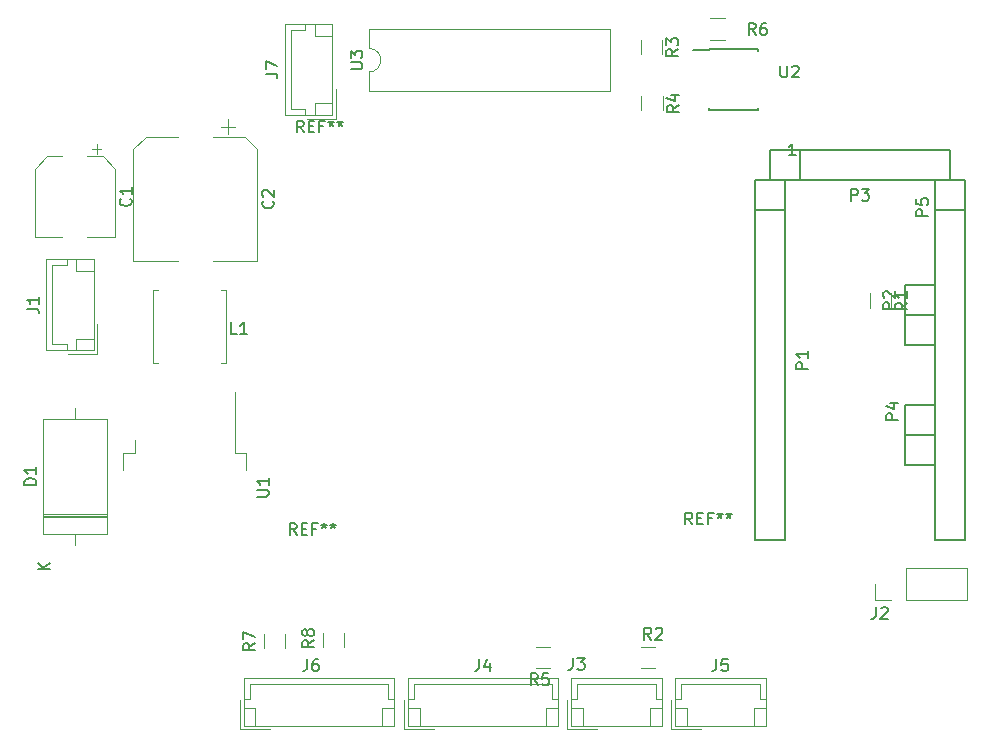
<source format=gto>
G04 #@! TF.GenerationSoftware,KiCad,Pcbnew,5.0.2-bee76a0~70~ubuntu18.04.1*
G04 #@! TF.CreationDate,2019-05-07T17:56:58+05:30*
G04 #@! TF.ProjectId,motbox_with_promini,6d6f7462-6f78-45f7-9769-74685f70726f,rev?*
G04 #@! TF.SameCoordinates,Original*
G04 #@! TF.FileFunction,Legend,Top*
G04 #@! TF.FilePolarity,Positive*
%FSLAX46Y46*%
G04 Gerber Fmt 4.6, Leading zero omitted, Abs format (unit mm)*
G04 Created by KiCad (PCBNEW 5.0.2-bee76a0~70~ubuntu18.04.1) date Tue May  7 17:56:58 2019*
%MOMM*%
%LPD*%
G01*
G04 APERTURE LIST*
%ADD10C,0.150000*%
%ADD11C,0.120000*%
G04 APERTURE END LIST*
D10*
X163517714Y-47499380D02*
X162946285Y-47499380D01*
X163232000Y-47499380D02*
X163232000Y-46499380D01*
X163136761Y-46642238D01*
X163041523Y-46737476D01*
X162946285Y-46785095D01*
D11*
G04 #@! TO.C,U3*
X127390000Y-38440000D02*
G75*
G02X127390000Y-40440000I0J-1000000D01*
G01*
X127390000Y-40440000D02*
X127390000Y-42090000D01*
X127390000Y-42090000D02*
X147830000Y-42090000D01*
X147830000Y-42090000D02*
X147830000Y-36790000D01*
X147830000Y-36790000D02*
X127390000Y-36790000D01*
X127390000Y-36790000D02*
X127390000Y-38440000D01*
D10*
G04 #@! TO.C,P1*
X162600000Y-52160000D02*
X162600000Y-49620000D01*
X162600000Y-49620000D02*
X160060000Y-49620000D01*
X160060000Y-49620000D02*
X160060000Y-52160000D01*
X160060000Y-52160000D02*
X160060000Y-80100000D01*
X160060000Y-80100000D02*
X162600000Y-80100000D01*
X162600000Y-80100000D02*
X162600000Y-52160000D01*
X160060000Y-52160000D02*
X162600000Y-52160000D01*
G04 #@! TO.C,P3*
X163870000Y-47080000D02*
X161330000Y-47080000D01*
X161330000Y-47080000D02*
X161330000Y-49620000D01*
X161330000Y-49620000D02*
X163870000Y-49620000D01*
X163870000Y-49620000D02*
X176570000Y-49620000D01*
X176570000Y-49620000D02*
X176570000Y-47080000D01*
X176570000Y-47080000D02*
X163870000Y-47080000D01*
X163870000Y-49620000D02*
X163870000Y-47080000D01*
G04 #@! TO.C,P2*
X175300000Y-61050000D02*
X175300000Y-58510000D01*
X175300000Y-58510000D02*
X172760000Y-58510000D01*
X172760000Y-58510000D02*
X172760000Y-61050000D01*
X172760000Y-63590000D02*
X172760000Y-61050000D01*
X172760000Y-61050000D02*
X175300000Y-61050000D01*
X175300000Y-61050000D02*
X175300000Y-63590000D01*
X175300000Y-63590000D02*
X172760000Y-63590000D01*
G04 #@! TO.C,P5*
X177840000Y-52160000D02*
X177840000Y-49620000D01*
X177840000Y-49620000D02*
X175300000Y-49620000D01*
X175300000Y-49620000D02*
X175300000Y-52160000D01*
X175300000Y-52160000D02*
X175300000Y-80100000D01*
X175300000Y-80100000D02*
X177840000Y-80100000D01*
X177840000Y-80100000D02*
X177840000Y-52160000D01*
X175300000Y-52160000D02*
X177840000Y-52160000D01*
G04 #@! TO.C,P4*
X175300000Y-71210000D02*
X175300000Y-68670000D01*
X175300000Y-68670000D02*
X172760000Y-68670000D01*
X172760000Y-68670000D02*
X172760000Y-71210000D01*
X172760000Y-73750000D02*
X172760000Y-71210000D01*
X172760000Y-71210000D02*
X175300000Y-71210000D01*
X175300000Y-71210000D02*
X175300000Y-73750000D01*
X175300000Y-73750000D02*
X172760000Y-73750000D01*
G04 #@! TO.C,U2*
X156225000Y-38520000D02*
X156225000Y-38570000D01*
X160375000Y-38520000D02*
X160375000Y-38665000D01*
X160375000Y-43670000D02*
X160375000Y-43525000D01*
X156225000Y-43670000D02*
X156225000Y-43525000D01*
X156225000Y-38520000D02*
X160375000Y-38520000D01*
X156225000Y-43670000D02*
X160375000Y-43670000D01*
X156225000Y-38570000D02*
X154825000Y-38570000D01*
D11*
G04 #@! TO.C,J5*
X152990000Y-96110000D02*
X155490000Y-96110000D01*
X152990000Y-93610000D02*
X152990000Y-96110000D01*
X160010000Y-94310000D02*
X160010000Y-95810000D01*
X161010000Y-94310000D02*
X160010000Y-94310000D01*
X154290000Y-94310000D02*
X154290000Y-95810000D01*
X153290000Y-94310000D02*
X154290000Y-94310000D01*
X160510000Y-93500000D02*
X161010000Y-93500000D01*
X160510000Y-92290000D02*
X160510000Y-93500000D01*
X153790000Y-92290000D02*
X160510000Y-92290000D01*
X153790000Y-93500000D02*
X153790000Y-92290000D01*
X153290000Y-93500000D02*
X153790000Y-93500000D01*
X161010000Y-91790000D02*
X153290000Y-91790000D01*
X161010000Y-95810000D02*
X161010000Y-91790000D01*
X153290000Y-95810000D02*
X161010000Y-95810000D01*
X153290000Y-91790000D02*
X153290000Y-95810000D01*
G04 #@! TO.C,U1*
X117000000Y-74175000D02*
X117000000Y-72675000D01*
X117000000Y-72675000D02*
X116050000Y-72675000D01*
X116050000Y-72675000D02*
X116050000Y-67550000D01*
X106600000Y-74175000D02*
X106600000Y-72675000D01*
X106600000Y-72675000D02*
X107550000Y-72675000D01*
X107550000Y-72675000D02*
X107550000Y-71575000D01*
G04 #@! TO.C,C2*
X107440000Y-56460000D02*
X111190000Y-56460000D01*
X117960000Y-56460000D02*
X114210000Y-56460000D01*
X117960000Y-47004437D02*
X117960000Y-56460000D01*
X107440000Y-47004437D02*
X107440000Y-56460000D01*
X108504437Y-45940000D02*
X111190000Y-45940000D01*
X116895563Y-45940000D02*
X114210000Y-45940000D01*
X116895563Y-45940000D02*
X117960000Y-47004437D01*
X108504437Y-45940000D02*
X107440000Y-47004437D01*
X115460000Y-44450000D02*
X115460000Y-45700000D01*
X116085000Y-45075000D02*
X114835000Y-45075000D01*
G04 #@! TO.C,C1*
X99090000Y-54410000D02*
X101440000Y-54410000D01*
X105910000Y-54410000D02*
X103560000Y-54410000D01*
X105910000Y-48654437D02*
X105910000Y-54410000D01*
X99090000Y-48654437D02*
X99090000Y-54410000D01*
X100154437Y-47590000D02*
X101440000Y-47590000D01*
X104845563Y-47590000D02*
X103560000Y-47590000D01*
X104845563Y-47590000D02*
X105910000Y-48654437D01*
X100154437Y-47590000D02*
X99090000Y-48654437D01*
X104347500Y-46562500D02*
X104347500Y-47350000D01*
X104741250Y-46956250D02*
X103953750Y-46956250D01*
G04 #@! TO.C,D1*
X99780000Y-79550000D02*
X105220000Y-79550000D01*
X105220000Y-79550000D02*
X105220000Y-69810000D01*
X105220000Y-69810000D02*
X99780000Y-69810000D01*
X99780000Y-69810000D02*
X99780000Y-79550000D01*
X102500000Y-80460000D02*
X102500000Y-79550000D01*
X102500000Y-68900000D02*
X102500000Y-69810000D01*
X99780000Y-78005000D02*
X105220000Y-78005000D01*
X99780000Y-77885000D02*
X105220000Y-77885000D01*
X99780000Y-78125000D02*
X105220000Y-78125000D01*
G04 #@! TO.C,J1*
X100090000Y-64010000D02*
X104110000Y-64010000D01*
X104110000Y-64010000D02*
X104110000Y-56290000D01*
X104110000Y-56290000D02*
X100090000Y-56290000D01*
X100090000Y-56290000D02*
X100090000Y-64010000D01*
X101800000Y-64010000D02*
X101800000Y-63510000D01*
X101800000Y-63510000D02*
X100590000Y-63510000D01*
X100590000Y-63510000D02*
X100590000Y-56790000D01*
X100590000Y-56790000D02*
X101800000Y-56790000D01*
X101800000Y-56790000D02*
X101800000Y-56290000D01*
X102610000Y-64010000D02*
X102610000Y-63010000D01*
X102610000Y-63010000D02*
X104110000Y-63010000D01*
X102610000Y-56290000D02*
X102610000Y-57290000D01*
X102610000Y-57290000D02*
X104110000Y-57290000D01*
X101910000Y-64310000D02*
X104410000Y-64310000D01*
X104410000Y-64310000D02*
X104410000Y-61810000D01*
G04 #@! TO.C,J2*
X178010000Y-85130000D02*
X178010000Y-82470000D01*
X172870000Y-85130000D02*
X178010000Y-85130000D01*
X172870000Y-82470000D02*
X178010000Y-82470000D01*
X172870000Y-85130000D02*
X172870000Y-82470000D01*
X171600000Y-85130000D02*
X170270000Y-85130000D01*
X170270000Y-85130000D02*
X170270000Y-83800000D01*
G04 #@! TO.C,J3*
X144490000Y-91790000D02*
X144490000Y-95810000D01*
X144490000Y-95810000D02*
X152210000Y-95810000D01*
X152210000Y-95810000D02*
X152210000Y-91790000D01*
X152210000Y-91790000D02*
X144490000Y-91790000D01*
X144490000Y-93500000D02*
X144990000Y-93500000D01*
X144990000Y-93500000D02*
X144990000Y-92290000D01*
X144990000Y-92290000D02*
X151710000Y-92290000D01*
X151710000Y-92290000D02*
X151710000Y-93500000D01*
X151710000Y-93500000D02*
X152210000Y-93500000D01*
X144490000Y-94310000D02*
X145490000Y-94310000D01*
X145490000Y-94310000D02*
X145490000Y-95810000D01*
X152210000Y-94310000D02*
X151210000Y-94310000D01*
X151210000Y-94310000D02*
X151210000Y-95810000D01*
X144190000Y-93610000D02*
X144190000Y-96110000D01*
X144190000Y-96110000D02*
X146690000Y-96110000D01*
G04 #@! TO.C,J4*
X130390000Y-96110000D02*
X132890000Y-96110000D01*
X130390000Y-93610000D02*
X130390000Y-96110000D01*
X142410000Y-94310000D02*
X142410000Y-95810000D01*
X143410000Y-94310000D02*
X142410000Y-94310000D01*
X131690000Y-94310000D02*
X131690000Y-95810000D01*
X130690000Y-94310000D02*
X131690000Y-94310000D01*
X142910000Y-93500000D02*
X143410000Y-93500000D01*
X142910000Y-92290000D02*
X142910000Y-93500000D01*
X131190000Y-92290000D02*
X142910000Y-92290000D01*
X131190000Y-93500000D02*
X131190000Y-92290000D01*
X130690000Y-93500000D02*
X131190000Y-93500000D01*
X143410000Y-91790000D02*
X130690000Y-91790000D01*
X143410000Y-95810000D02*
X143410000Y-91790000D01*
X130690000Y-95810000D02*
X143410000Y-95810000D01*
X130690000Y-91790000D02*
X130690000Y-95810000D01*
G04 #@! TO.C,J6*
X116490000Y-96110000D02*
X118990000Y-96110000D01*
X116490000Y-93610000D02*
X116490000Y-96110000D01*
X128510000Y-94310000D02*
X128510000Y-95810000D01*
X129510000Y-94310000D02*
X128510000Y-94310000D01*
X117790000Y-94310000D02*
X117790000Y-95810000D01*
X116790000Y-94310000D02*
X117790000Y-94310000D01*
X129010000Y-93500000D02*
X129510000Y-93500000D01*
X129010000Y-92290000D02*
X129010000Y-93500000D01*
X117290000Y-92290000D02*
X129010000Y-92290000D01*
X117290000Y-93500000D02*
X117290000Y-92290000D01*
X116790000Y-93500000D02*
X117290000Y-93500000D01*
X129510000Y-91790000D02*
X116790000Y-91790000D01*
X129510000Y-95810000D02*
X129510000Y-91790000D01*
X116790000Y-95810000D02*
X129510000Y-95810000D01*
X116790000Y-91790000D02*
X116790000Y-95810000D01*
G04 #@! TO.C,J7*
X124610000Y-44410000D02*
X124610000Y-41910000D01*
X122110000Y-44410000D02*
X124610000Y-44410000D01*
X122810000Y-37390000D02*
X124310000Y-37390000D01*
X122810000Y-36390000D02*
X122810000Y-37390000D01*
X122810000Y-43110000D02*
X124310000Y-43110000D01*
X122810000Y-44110000D02*
X122810000Y-43110000D01*
X122000000Y-36890000D02*
X122000000Y-36390000D01*
X120790000Y-36890000D02*
X122000000Y-36890000D01*
X120790000Y-43610000D02*
X120790000Y-36890000D01*
X122000000Y-43610000D02*
X120790000Y-43610000D01*
X122000000Y-44110000D02*
X122000000Y-43610000D01*
X120290000Y-36390000D02*
X120290000Y-44110000D01*
X124310000Y-36390000D02*
X120290000Y-36390000D01*
X124310000Y-44110000D02*
X124310000Y-36390000D01*
X120290000Y-44110000D02*
X124310000Y-44110000D01*
G04 #@! TO.C,L1*
X109100000Y-65075000D02*
X109100000Y-58875000D01*
X109100000Y-58875000D02*
X109550000Y-58875000D01*
X115300000Y-58875000D02*
X115300000Y-65075000D01*
X115300000Y-58875000D02*
X114850000Y-58875000D01*
X115300000Y-65075000D02*
X114850000Y-65075000D01*
X109100000Y-65075000D02*
X109550000Y-65075000D01*
G04 #@! TO.C,R1*
X171610000Y-59197936D02*
X171610000Y-60402064D01*
X169790000Y-59197936D02*
X169790000Y-60402064D01*
G04 #@! TO.C,R2*
X151602064Y-89090000D02*
X150397936Y-89090000D01*
X151602064Y-90910000D02*
X150397936Y-90910000D01*
G04 #@! TO.C,R3*
X150390000Y-37747936D02*
X150390000Y-38952064D01*
X152210000Y-37747936D02*
X152210000Y-38952064D01*
G04 #@! TO.C,R4*
X152260000Y-42497936D02*
X152260000Y-43702064D01*
X150440000Y-42497936D02*
X150440000Y-43702064D01*
G04 #@! TO.C,R5*
X142702064Y-89090000D02*
X141497936Y-89090000D01*
X142702064Y-90910000D02*
X141497936Y-90910000D01*
G04 #@! TO.C,R6*
X157502064Y-35890000D02*
X156297936Y-35890000D01*
X157502064Y-37710000D02*
X156297936Y-37710000D01*
G04 #@! TO.C,R7*
X118490000Y-89202064D02*
X118490000Y-87997936D01*
X120310000Y-89202064D02*
X120310000Y-87997936D01*
G04 #@! TO.C,R8*
X123490000Y-89152064D02*
X123490000Y-87947936D01*
X125310000Y-89152064D02*
X125310000Y-87947936D01*
G04 #@! TO.C,U3*
D10*
X125842380Y-40201904D02*
X126651904Y-40201904D01*
X126747142Y-40154285D01*
X126794761Y-40106666D01*
X126842380Y-40011428D01*
X126842380Y-39820952D01*
X126794761Y-39725714D01*
X126747142Y-39678095D01*
X126651904Y-39630476D01*
X125842380Y-39630476D01*
X125842380Y-39249523D02*
X125842380Y-38630476D01*
X126223333Y-38963809D01*
X126223333Y-38820952D01*
X126270952Y-38725714D01*
X126318571Y-38678095D01*
X126413809Y-38630476D01*
X126651904Y-38630476D01*
X126747142Y-38678095D01*
X126794761Y-38725714D01*
X126842380Y-38820952D01*
X126842380Y-39106666D01*
X126794761Y-39201904D01*
X126747142Y-39249523D01*
G04 #@! TO.C,P1*
X164576380Y-65598095D02*
X163576380Y-65598095D01*
X163576380Y-65217142D01*
X163624000Y-65121904D01*
X163671619Y-65074285D01*
X163766857Y-65026666D01*
X163909714Y-65026666D01*
X164004952Y-65074285D01*
X164052571Y-65121904D01*
X164100190Y-65217142D01*
X164100190Y-65598095D01*
X164576380Y-64074285D02*
X164576380Y-64645714D01*
X164576380Y-64360000D02*
X163576380Y-64360000D01*
X163719238Y-64455238D01*
X163814476Y-64550476D01*
X163862095Y-64645714D01*
G04 #@! TO.C,P3*
X168211904Y-51342380D02*
X168211904Y-50342380D01*
X168592857Y-50342380D01*
X168688095Y-50390000D01*
X168735714Y-50437619D01*
X168783333Y-50532857D01*
X168783333Y-50675714D01*
X168735714Y-50770952D01*
X168688095Y-50818571D01*
X168592857Y-50866190D01*
X168211904Y-50866190D01*
X169116666Y-50342380D02*
X169735714Y-50342380D01*
X169402380Y-50723333D01*
X169545238Y-50723333D01*
X169640476Y-50770952D01*
X169688095Y-50818571D01*
X169735714Y-50913809D01*
X169735714Y-51151904D01*
X169688095Y-51247142D01*
X169640476Y-51294761D01*
X169545238Y-51342380D01*
X169259523Y-51342380D01*
X169164285Y-51294761D01*
X169116666Y-51247142D01*
G04 #@! TO.C,P2*
X171942380Y-60518095D02*
X170942380Y-60518095D01*
X170942380Y-60137142D01*
X170990000Y-60041904D01*
X171037619Y-59994285D01*
X171132857Y-59946666D01*
X171275714Y-59946666D01*
X171370952Y-59994285D01*
X171418571Y-60041904D01*
X171466190Y-60137142D01*
X171466190Y-60518095D01*
X171037619Y-59565714D02*
X170990000Y-59518095D01*
X170942380Y-59422857D01*
X170942380Y-59184761D01*
X170990000Y-59089523D01*
X171037619Y-59041904D01*
X171132857Y-58994285D01*
X171228095Y-58994285D01*
X171370952Y-59041904D01*
X171942380Y-59613333D01*
X171942380Y-58994285D01*
G04 #@! TO.C,P5*
X174736380Y-52644095D02*
X173736380Y-52644095D01*
X173736380Y-52263142D01*
X173784000Y-52167904D01*
X173831619Y-52120285D01*
X173926857Y-52072666D01*
X174069714Y-52072666D01*
X174164952Y-52120285D01*
X174212571Y-52167904D01*
X174260190Y-52263142D01*
X174260190Y-52644095D01*
X173736380Y-51167904D02*
X173736380Y-51644095D01*
X174212571Y-51691714D01*
X174164952Y-51644095D01*
X174117333Y-51548857D01*
X174117333Y-51310761D01*
X174164952Y-51215523D01*
X174212571Y-51167904D01*
X174307809Y-51120285D01*
X174545904Y-51120285D01*
X174641142Y-51167904D01*
X174688761Y-51215523D01*
X174736380Y-51310761D01*
X174736380Y-51548857D01*
X174688761Y-51644095D01*
X174641142Y-51691714D01*
G04 #@! TO.C,P4*
X172196380Y-69916095D02*
X171196380Y-69916095D01*
X171196380Y-69535142D01*
X171244000Y-69439904D01*
X171291619Y-69392285D01*
X171386857Y-69344666D01*
X171529714Y-69344666D01*
X171624952Y-69392285D01*
X171672571Y-69439904D01*
X171720190Y-69535142D01*
X171720190Y-69916095D01*
X171529714Y-68487523D02*
X172196380Y-68487523D01*
X171148761Y-68725619D02*
X171863047Y-68963714D01*
X171863047Y-68344666D01*
G04 #@! TO.C,U2*
X162238095Y-39902380D02*
X162238095Y-40711904D01*
X162285714Y-40807142D01*
X162333333Y-40854761D01*
X162428571Y-40902380D01*
X162619047Y-40902380D01*
X162714285Y-40854761D01*
X162761904Y-40807142D01*
X162809523Y-40711904D01*
X162809523Y-39902380D01*
X163238095Y-39997619D02*
X163285714Y-39950000D01*
X163380952Y-39902380D01*
X163619047Y-39902380D01*
X163714285Y-39950000D01*
X163761904Y-39997619D01*
X163809523Y-40092857D01*
X163809523Y-40188095D01*
X163761904Y-40330952D01*
X163190476Y-40902380D01*
X163809523Y-40902380D01*
G04 #@! TO.C,J5*
X156816666Y-90152380D02*
X156816666Y-90866666D01*
X156769047Y-91009523D01*
X156673809Y-91104761D01*
X156530952Y-91152380D01*
X156435714Y-91152380D01*
X157769047Y-90152380D02*
X157292857Y-90152380D01*
X157245238Y-90628571D01*
X157292857Y-90580952D01*
X157388095Y-90533333D01*
X157626190Y-90533333D01*
X157721428Y-90580952D01*
X157769047Y-90628571D01*
X157816666Y-90723809D01*
X157816666Y-90961904D01*
X157769047Y-91057142D01*
X157721428Y-91104761D01*
X157626190Y-91152380D01*
X157388095Y-91152380D01*
X157292857Y-91104761D01*
X157245238Y-91057142D01*
G04 #@! TO.C,U1*
X117902380Y-76386904D02*
X118711904Y-76386904D01*
X118807142Y-76339285D01*
X118854761Y-76291666D01*
X118902380Y-76196428D01*
X118902380Y-76005952D01*
X118854761Y-75910714D01*
X118807142Y-75863095D01*
X118711904Y-75815476D01*
X117902380Y-75815476D01*
X118902380Y-74815476D02*
X118902380Y-75386904D01*
X118902380Y-75101190D02*
X117902380Y-75101190D01*
X118045238Y-75196428D01*
X118140476Y-75291666D01*
X118188095Y-75386904D01*
G04 #@! TO.C,C2*
X119257142Y-51366666D02*
X119304761Y-51414285D01*
X119352380Y-51557142D01*
X119352380Y-51652380D01*
X119304761Y-51795238D01*
X119209523Y-51890476D01*
X119114285Y-51938095D01*
X118923809Y-51985714D01*
X118780952Y-51985714D01*
X118590476Y-51938095D01*
X118495238Y-51890476D01*
X118400000Y-51795238D01*
X118352380Y-51652380D01*
X118352380Y-51557142D01*
X118400000Y-51414285D01*
X118447619Y-51366666D01*
X118447619Y-50985714D02*
X118400000Y-50938095D01*
X118352380Y-50842857D01*
X118352380Y-50604761D01*
X118400000Y-50509523D01*
X118447619Y-50461904D01*
X118542857Y-50414285D01*
X118638095Y-50414285D01*
X118780952Y-50461904D01*
X119352380Y-51033333D01*
X119352380Y-50414285D01*
G04 #@! TO.C,C1*
X107207142Y-51166666D02*
X107254761Y-51214285D01*
X107302380Y-51357142D01*
X107302380Y-51452380D01*
X107254761Y-51595238D01*
X107159523Y-51690476D01*
X107064285Y-51738095D01*
X106873809Y-51785714D01*
X106730952Y-51785714D01*
X106540476Y-51738095D01*
X106445238Y-51690476D01*
X106350000Y-51595238D01*
X106302380Y-51452380D01*
X106302380Y-51357142D01*
X106350000Y-51214285D01*
X106397619Y-51166666D01*
X107302380Y-50214285D02*
X107302380Y-50785714D01*
X107302380Y-50500000D02*
X106302380Y-50500000D01*
X106445238Y-50595238D01*
X106540476Y-50690476D01*
X106588095Y-50785714D01*
G04 #@! TO.C,D1*
X99232380Y-75418095D02*
X98232380Y-75418095D01*
X98232380Y-75180000D01*
X98280000Y-75037142D01*
X98375238Y-74941904D01*
X98470476Y-74894285D01*
X98660952Y-74846666D01*
X98803809Y-74846666D01*
X98994285Y-74894285D01*
X99089523Y-74941904D01*
X99184761Y-75037142D01*
X99232380Y-75180000D01*
X99232380Y-75418095D01*
X99232380Y-73894285D02*
X99232380Y-74465714D01*
X99232380Y-74180000D02*
X98232380Y-74180000D01*
X98375238Y-74275238D01*
X98470476Y-74370476D01*
X98518095Y-74465714D01*
X100352380Y-82561904D02*
X99352380Y-82561904D01*
X100352380Y-81990476D02*
X99780952Y-82419047D01*
X99352380Y-81990476D02*
X99923809Y-82561904D01*
G04 #@! TO.C,J1*
X98452380Y-60483333D02*
X99166666Y-60483333D01*
X99309523Y-60530952D01*
X99404761Y-60626190D01*
X99452380Y-60769047D01*
X99452380Y-60864285D01*
X99452380Y-59483333D02*
X99452380Y-60054761D01*
X99452380Y-59769047D02*
X98452380Y-59769047D01*
X98595238Y-59864285D01*
X98690476Y-59959523D01*
X98738095Y-60054761D01*
G04 #@! TO.C,J2*
X170316666Y-85752380D02*
X170316666Y-86466666D01*
X170269047Y-86609523D01*
X170173809Y-86704761D01*
X170030952Y-86752380D01*
X169935714Y-86752380D01*
X170745238Y-85847619D02*
X170792857Y-85800000D01*
X170888095Y-85752380D01*
X171126190Y-85752380D01*
X171221428Y-85800000D01*
X171269047Y-85847619D01*
X171316666Y-85942857D01*
X171316666Y-86038095D01*
X171269047Y-86180952D01*
X170697619Y-86752380D01*
X171316666Y-86752380D01*
G04 #@! TO.C,J3*
X144666666Y-90052380D02*
X144666666Y-90766666D01*
X144619047Y-90909523D01*
X144523809Y-91004761D01*
X144380952Y-91052380D01*
X144285714Y-91052380D01*
X145047619Y-90052380D02*
X145666666Y-90052380D01*
X145333333Y-90433333D01*
X145476190Y-90433333D01*
X145571428Y-90480952D01*
X145619047Y-90528571D01*
X145666666Y-90623809D01*
X145666666Y-90861904D01*
X145619047Y-90957142D01*
X145571428Y-91004761D01*
X145476190Y-91052380D01*
X145190476Y-91052380D01*
X145095238Y-91004761D01*
X145047619Y-90957142D01*
G04 #@! TO.C,J4*
X136716666Y-90152380D02*
X136716666Y-90866666D01*
X136669047Y-91009523D01*
X136573809Y-91104761D01*
X136430952Y-91152380D01*
X136335714Y-91152380D01*
X137621428Y-90485714D02*
X137621428Y-91152380D01*
X137383333Y-90104761D02*
X137145238Y-90819047D01*
X137764285Y-90819047D01*
G04 #@! TO.C,J6*
X122166666Y-90152380D02*
X122166666Y-90866666D01*
X122119047Y-91009523D01*
X122023809Y-91104761D01*
X121880952Y-91152380D01*
X121785714Y-91152380D01*
X123071428Y-90152380D02*
X122880952Y-90152380D01*
X122785714Y-90200000D01*
X122738095Y-90247619D01*
X122642857Y-90390476D01*
X122595238Y-90580952D01*
X122595238Y-90961904D01*
X122642857Y-91057142D01*
X122690476Y-91104761D01*
X122785714Y-91152380D01*
X122976190Y-91152380D01*
X123071428Y-91104761D01*
X123119047Y-91057142D01*
X123166666Y-90961904D01*
X123166666Y-90723809D01*
X123119047Y-90628571D01*
X123071428Y-90580952D01*
X122976190Y-90533333D01*
X122785714Y-90533333D01*
X122690476Y-90580952D01*
X122642857Y-90628571D01*
X122595238Y-90723809D01*
G04 #@! TO.C,J7*
X118652380Y-40583333D02*
X119366666Y-40583333D01*
X119509523Y-40630952D01*
X119604761Y-40726190D01*
X119652380Y-40869047D01*
X119652380Y-40964285D01*
X118652380Y-40202380D02*
X118652380Y-39535714D01*
X119652380Y-39964285D01*
G04 #@! TO.C,L1*
X116208333Y-62627380D02*
X115732142Y-62627380D01*
X115732142Y-61627380D01*
X117065476Y-62627380D02*
X116494047Y-62627380D01*
X116779761Y-62627380D02*
X116779761Y-61627380D01*
X116684523Y-61770238D01*
X116589285Y-61865476D01*
X116494047Y-61913095D01*
G04 #@! TO.C,R1*
X172972380Y-59966666D02*
X172496190Y-60300000D01*
X172972380Y-60538095D02*
X171972380Y-60538095D01*
X171972380Y-60157142D01*
X172020000Y-60061904D01*
X172067619Y-60014285D01*
X172162857Y-59966666D01*
X172305714Y-59966666D01*
X172400952Y-60014285D01*
X172448571Y-60061904D01*
X172496190Y-60157142D01*
X172496190Y-60538095D01*
X172972380Y-59014285D02*
X172972380Y-59585714D01*
X172972380Y-59300000D02*
X171972380Y-59300000D01*
X172115238Y-59395238D01*
X172210476Y-59490476D01*
X172258095Y-59585714D01*
G04 #@! TO.C,R2*
X151283333Y-88502380D02*
X150950000Y-88026190D01*
X150711904Y-88502380D02*
X150711904Y-87502380D01*
X151092857Y-87502380D01*
X151188095Y-87550000D01*
X151235714Y-87597619D01*
X151283333Y-87692857D01*
X151283333Y-87835714D01*
X151235714Y-87930952D01*
X151188095Y-87978571D01*
X151092857Y-88026190D01*
X150711904Y-88026190D01*
X151664285Y-87597619D02*
X151711904Y-87550000D01*
X151807142Y-87502380D01*
X152045238Y-87502380D01*
X152140476Y-87550000D01*
X152188095Y-87597619D01*
X152235714Y-87692857D01*
X152235714Y-87788095D01*
X152188095Y-87930952D01*
X151616666Y-88502380D01*
X152235714Y-88502380D01*
G04 #@! TO.C,R3*
X153572380Y-38516666D02*
X153096190Y-38850000D01*
X153572380Y-39088095D02*
X152572380Y-39088095D01*
X152572380Y-38707142D01*
X152620000Y-38611904D01*
X152667619Y-38564285D01*
X152762857Y-38516666D01*
X152905714Y-38516666D01*
X153000952Y-38564285D01*
X153048571Y-38611904D01*
X153096190Y-38707142D01*
X153096190Y-39088095D01*
X152572380Y-38183333D02*
X152572380Y-37564285D01*
X152953333Y-37897619D01*
X152953333Y-37754761D01*
X153000952Y-37659523D01*
X153048571Y-37611904D01*
X153143809Y-37564285D01*
X153381904Y-37564285D01*
X153477142Y-37611904D01*
X153524761Y-37659523D01*
X153572380Y-37754761D01*
X153572380Y-38040476D01*
X153524761Y-38135714D01*
X153477142Y-38183333D01*
G04 #@! TO.C,R4*
X153622380Y-43266666D02*
X153146190Y-43600000D01*
X153622380Y-43838095D02*
X152622380Y-43838095D01*
X152622380Y-43457142D01*
X152670000Y-43361904D01*
X152717619Y-43314285D01*
X152812857Y-43266666D01*
X152955714Y-43266666D01*
X153050952Y-43314285D01*
X153098571Y-43361904D01*
X153146190Y-43457142D01*
X153146190Y-43838095D01*
X152955714Y-42409523D02*
X153622380Y-42409523D01*
X152574761Y-42647619D02*
X153289047Y-42885714D01*
X153289047Y-42266666D01*
G04 #@! TO.C,R5*
X141683333Y-92352380D02*
X141350000Y-91876190D01*
X141111904Y-92352380D02*
X141111904Y-91352380D01*
X141492857Y-91352380D01*
X141588095Y-91400000D01*
X141635714Y-91447619D01*
X141683333Y-91542857D01*
X141683333Y-91685714D01*
X141635714Y-91780952D01*
X141588095Y-91828571D01*
X141492857Y-91876190D01*
X141111904Y-91876190D01*
X142588095Y-91352380D02*
X142111904Y-91352380D01*
X142064285Y-91828571D01*
X142111904Y-91780952D01*
X142207142Y-91733333D01*
X142445238Y-91733333D01*
X142540476Y-91780952D01*
X142588095Y-91828571D01*
X142635714Y-91923809D01*
X142635714Y-92161904D01*
X142588095Y-92257142D01*
X142540476Y-92304761D01*
X142445238Y-92352380D01*
X142207142Y-92352380D01*
X142111904Y-92304761D01*
X142064285Y-92257142D01*
G04 #@! TO.C,R6*
X160133333Y-37302380D02*
X159800000Y-36826190D01*
X159561904Y-37302380D02*
X159561904Y-36302380D01*
X159942857Y-36302380D01*
X160038095Y-36350000D01*
X160085714Y-36397619D01*
X160133333Y-36492857D01*
X160133333Y-36635714D01*
X160085714Y-36730952D01*
X160038095Y-36778571D01*
X159942857Y-36826190D01*
X159561904Y-36826190D01*
X160990476Y-36302380D02*
X160800000Y-36302380D01*
X160704761Y-36350000D01*
X160657142Y-36397619D01*
X160561904Y-36540476D01*
X160514285Y-36730952D01*
X160514285Y-37111904D01*
X160561904Y-37207142D01*
X160609523Y-37254761D01*
X160704761Y-37302380D01*
X160895238Y-37302380D01*
X160990476Y-37254761D01*
X161038095Y-37207142D01*
X161085714Y-37111904D01*
X161085714Y-36873809D01*
X161038095Y-36778571D01*
X160990476Y-36730952D01*
X160895238Y-36683333D01*
X160704761Y-36683333D01*
X160609523Y-36730952D01*
X160561904Y-36778571D01*
X160514285Y-36873809D01*
G04 #@! TO.C,R7*
X117752380Y-88816666D02*
X117276190Y-89150000D01*
X117752380Y-89388095D02*
X116752380Y-89388095D01*
X116752380Y-89007142D01*
X116800000Y-88911904D01*
X116847619Y-88864285D01*
X116942857Y-88816666D01*
X117085714Y-88816666D01*
X117180952Y-88864285D01*
X117228571Y-88911904D01*
X117276190Y-89007142D01*
X117276190Y-89388095D01*
X116752380Y-88483333D02*
X116752380Y-87816666D01*
X117752380Y-88245238D01*
G04 #@! TO.C,R8*
X122752380Y-88566666D02*
X122276190Y-88900000D01*
X122752380Y-89138095D02*
X121752380Y-89138095D01*
X121752380Y-88757142D01*
X121800000Y-88661904D01*
X121847619Y-88614285D01*
X121942857Y-88566666D01*
X122085714Y-88566666D01*
X122180952Y-88614285D01*
X122228571Y-88661904D01*
X122276190Y-88757142D01*
X122276190Y-89138095D01*
X122180952Y-87995238D02*
X122133333Y-88090476D01*
X122085714Y-88138095D01*
X121990476Y-88185714D01*
X121942857Y-88185714D01*
X121847619Y-88138095D01*
X121800000Y-88090476D01*
X121752380Y-87995238D01*
X121752380Y-87804761D01*
X121800000Y-87709523D01*
X121847619Y-87661904D01*
X121942857Y-87614285D01*
X121990476Y-87614285D01*
X122085714Y-87661904D01*
X122133333Y-87709523D01*
X122180952Y-87804761D01*
X122180952Y-87995238D01*
X122228571Y-88090476D01*
X122276190Y-88138095D01*
X122371428Y-88185714D01*
X122561904Y-88185714D01*
X122657142Y-88138095D01*
X122704761Y-88090476D01*
X122752380Y-87995238D01*
X122752380Y-87804761D01*
X122704761Y-87709523D01*
X122657142Y-87661904D01*
X122561904Y-87614285D01*
X122371428Y-87614285D01*
X122276190Y-87661904D01*
X122228571Y-87709523D01*
X122180952Y-87804761D01*
G04 #@! TO.C,REF\002A\002A*
X121866666Y-45552380D02*
X121533333Y-45076190D01*
X121295238Y-45552380D02*
X121295238Y-44552380D01*
X121676190Y-44552380D01*
X121771428Y-44600000D01*
X121819047Y-44647619D01*
X121866666Y-44742857D01*
X121866666Y-44885714D01*
X121819047Y-44980952D01*
X121771428Y-45028571D01*
X121676190Y-45076190D01*
X121295238Y-45076190D01*
X122295238Y-45028571D02*
X122628571Y-45028571D01*
X122771428Y-45552380D02*
X122295238Y-45552380D01*
X122295238Y-44552380D01*
X122771428Y-44552380D01*
X123533333Y-45028571D02*
X123200000Y-45028571D01*
X123200000Y-45552380D02*
X123200000Y-44552380D01*
X123676190Y-44552380D01*
X124200000Y-44552380D02*
X124200000Y-44790476D01*
X123961904Y-44695238D02*
X124200000Y-44790476D01*
X124438095Y-44695238D01*
X124057142Y-44980952D02*
X124200000Y-44790476D01*
X124342857Y-44980952D01*
X124961904Y-44552380D02*
X124961904Y-44790476D01*
X124723809Y-44695238D02*
X124961904Y-44790476D01*
X125200000Y-44695238D01*
X124819047Y-44980952D02*
X124961904Y-44790476D01*
X125104761Y-44980952D01*
X121266666Y-79652380D02*
X120933333Y-79176190D01*
X120695238Y-79652380D02*
X120695238Y-78652380D01*
X121076190Y-78652380D01*
X121171428Y-78700000D01*
X121219047Y-78747619D01*
X121266666Y-78842857D01*
X121266666Y-78985714D01*
X121219047Y-79080952D01*
X121171428Y-79128571D01*
X121076190Y-79176190D01*
X120695238Y-79176190D01*
X121695238Y-79128571D02*
X122028571Y-79128571D01*
X122171428Y-79652380D02*
X121695238Y-79652380D01*
X121695238Y-78652380D01*
X122171428Y-78652380D01*
X122933333Y-79128571D02*
X122600000Y-79128571D01*
X122600000Y-79652380D02*
X122600000Y-78652380D01*
X123076190Y-78652380D01*
X123600000Y-78652380D02*
X123600000Y-78890476D01*
X123361904Y-78795238D02*
X123600000Y-78890476D01*
X123838095Y-78795238D01*
X123457142Y-79080952D02*
X123600000Y-78890476D01*
X123742857Y-79080952D01*
X124361904Y-78652380D02*
X124361904Y-78890476D01*
X124123809Y-78795238D02*
X124361904Y-78890476D01*
X124600000Y-78795238D01*
X124219047Y-79080952D02*
X124361904Y-78890476D01*
X124504761Y-79080952D01*
X154766666Y-78752380D02*
X154433333Y-78276190D01*
X154195238Y-78752380D02*
X154195238Y-77752380D01*
X154576190Y-77752380D01*
X154671428Y-77800000D01*
X154719047Y-77847619D01*
X154766666Y-77942857D01*
X154766666Y-78085714D01*
X154719047Y-78180952D01*
X154671428Y-78228571D01*
X154576190Y-78276190D01*
X154195238Y-78276190D01*
X155195238Y-78228571D02*
X155528571Y-78228571D01*
X155671428Y-78752380D02*
X155195238Y-78752380D01*
X155195238Y-77752380D01*
X155671428Y-77752380D01*
X156433333Y-78228571D02*
X156100000Y-78228571D01*
X156100000Y-78752380D02*
X156100000Y-77752380D01*
X156576190Y-77752380D01*
X157100000Y-77752380D02*
X157100000Y-77990476D01*
X156861904Y-77895238D02*
X157100000Y-77990476D01*
X157338095Y-77895238D01*
X156957142Y-78180952D02*
X157100000Y-77990476D01*
X157242857Y-78180952D01*
X157861904Y-77752380D02*
X157861904Y-77990476D01*
X157623809Y-77895238D02*
X157861904Y-77990476D01*
X158100000Y-77895238D01*
X157719047Y-78180952D02*
X157861904Y-77990476D01*
X158004761Y-78180952D01*
G04 #@! TD*
M02*

</source>
